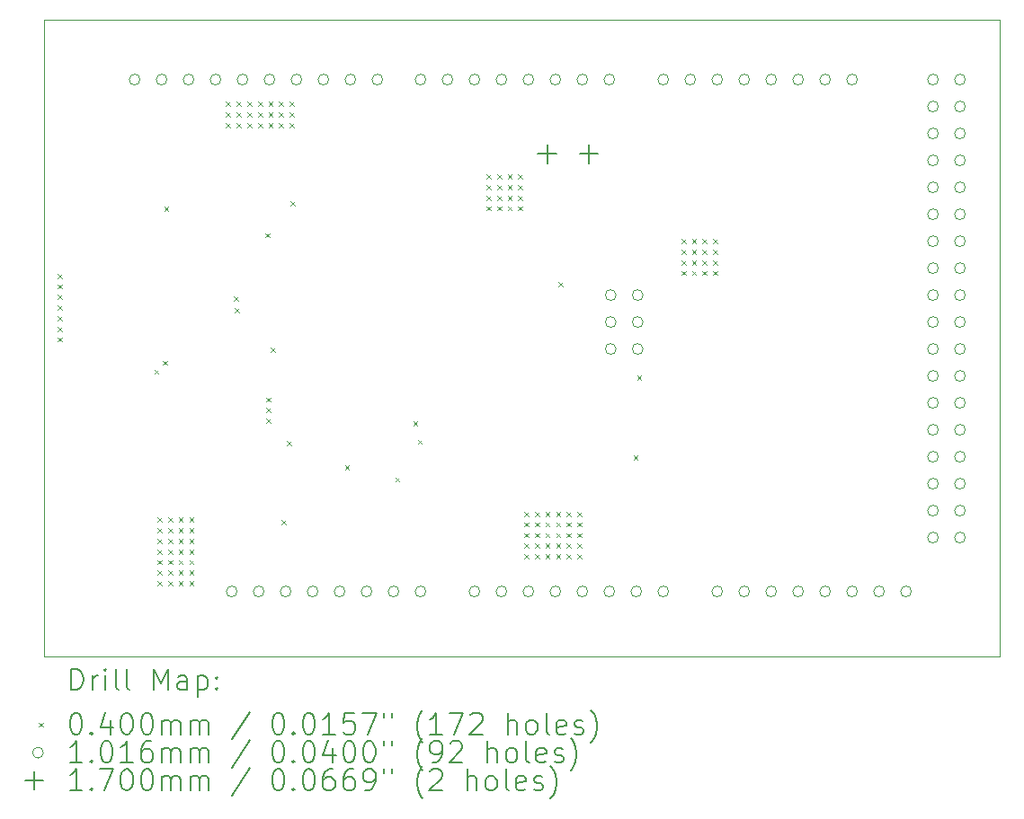
<source format=gbr>
%TF.GenerationSoftware,KiCad,Pcbnew,7.0.5*%
%TF.CreationDate,2023-09-27T13:54:26+07:00*%
%TF.ProjectId,sumoRobotPCB,73756d6f-526f-4626-9f74-5043422e6b69,rev?*%
%TF.SameCoordinates,Original*%
%TF.FileFunction,Drillmap*%
%TF.FilePolarity,Positive*%
%FSLAX45Y45*%
G04 Gerber Fmt 4.5, Leading zero omitted, Abs format (unit mm)*
G04 Created by KiCad (PCBNEW 7.0.5) date 2023-09-27 13:54:26*
%MOMM*%
%LPD*%
G01*
G04 APERTURE LIST*
%ADD10C,0.100000*%
%ADD11C,0.200000*%
%ADD12C,0.040000*%
%ADD13C,0.101600*%
%ADD14C,0.170000*%
G04 APERTURE END LIST*
D10*
X19004000Y-8863000D02*
X28004000Y-8863000D01*
X28004000Y-14863000D01*
X19004000Y-14863000D01*
X19004000Y-8863000D01*
D11*
D12*
X19134000Y-11257000D02*
X19174000Y-11297000D01*
X19174000Y-11257000D02*
X19134000Y-11297000D01*
X19134000Y-11357000D02*
X19174000Y-11397000D01*
X19174000Y-11357000D02*
X19134000Y-11397000D01*
X19134000Y-11457000D02*
X19174000Y-11497000D01*
X19174000Y-11457000D02*
X19134000Y-11497000D01*
X19134000Y-11557000D02*
X19174000Y-11597000D01*
X19174000Y-11557000D02*
X19134000Y-11597000D01*
X19134000Y-11657000D02*
X19174000Y-11697000D01*
X19174000Y-11657000D02*
X19134000Y-11697000D01*
X19134000Y-11757000D02*
X19174000Y-11797000D01*
X19174000Y-11757000D02*
X19134000Y-11797000D01*
X19134000Y-11857000D02*
X19174000Y-11897000D01*
X19174000Y-11857000D02*
X19134000Y-11897000D01*
X20044120Y-12160610D02*
X20084120Y-12200610D01*
X20084120Y-12160610D02*
X20044120Y-12200610D01*
X20073000Y-13556000D02*
X20113000Y-13596000D01*
X20113000Y-13556000D02*
X20073000Y-13596000D01*
X20073000Y-13656000D02*
X20113000Y-13696000D01*
X20113000Y-13656000D02*
X20073000Y-13696000D01*
X20073000Y-13756000D02*
X20113000Y-13796000D01*
X20113000Y-13756000D02*
X20073000Y-13796000D01*
X20073000Y-13856000D02*
X20113000Y-13896000D01*
X20113000Y-13856000D02*
X20073000Y-13896000D01*
X20073000Y-13956000D02*
X20113000Y-13996000D01*
X20113000Y-13956000D02*
X20073000Y-13996000D01*
X20073000Y-14056000D02*
X20113000Y-14096000D01*
X20113000Y-14056000D02*
X20073000Y-14096000D01*
X20073000Y-14156000D02*
X20113000Y-14196000D01*
X20113000Y-14156000D02*
X20073000Y-14196000D01*
X20127180Y-12075610D02*
X20167180Y-12115610D01*
X20167180Y-12075610D02*
X20127180Y-12115610D01*
X20136500Y-10622820D02*
X20176500Y-10662820D01*
X20176500Y-10622820D02*
X20136500Y-10662820D01*
X20173000Y-13556000D02*
X20213000Y-13596000D01*
X20213000Y-13556000D02*
X20173000Y-13596000D01*
X20173000Y-13656000D02*
X20213000Y-13696000D01*
X20213000Y-13656000D02*
X20173000Y-13696000D01*
X20173000Y-13756000D02*
X20213000Y-13796000D01*
X20213000Y-13756000D02*
X20173000Y-13796000D01*
X20173000Y-13856000D02*
X20213000Y-13896000D01*
X20213000Y-13856000D02*
X20173000Y-13896000D01*
X20173000Y-13956000D02*
X20213000Y-13996000D01*
X20213000Y-13956000D02*
X20173000Y-13996000D01*
X20173000Y-14056000D02*
X20213000Y-14096000D01*
X20213000Y-14056000D02*
X20173000Y-14096000D01*
X20173000Y-14156000D02*
X20213000Y-14196000D01*
X20213000Y-14156000D02*
X20173000Y-14196000D01*
X20273000Y-13556000D02*
X20313000Y-13596000D01*
X20313000Y-13556000D02*
X20273000Y-13596000D01*
X20273000Y-13656000D02*
X20313000Y-13696000D01*
X20313000Y-13656000D02*
X20273000Y-13696000D01*
X20273000Y-13756000D02*
X20313000Y-13796000D01*
X20313000Y-13756000D02*
X20273000Y-13796000D01*
X20273000Y-13856000D02*
X20313000Y-13896000D01*
X20313000Y-13856000D02*
X20273000Y-13896000D01*
X20273000Y-13956000D02*
X20313000Y-13996000D01*
X20313000Y-13956000D02*
X20273000Y-13996000D01*
X20273000Y-14056000D02*
X20313000Y-14096000D01*
X20313000Y-14056000D02*
X20273000Y-14096000D01*
X20273000Y-14156000D02*
X20313000Y-14196000D01*
X20313000Y-14156000D02*
X20273000Y-14196000D01*
X20373000Y-13556000D02*
X20413000Y-13596000D01*
X20413000Y-13556000D02*
X20373000Y-13596000D01*
X20373000Y-13656000D02*
X20413000Y-13696000D01*
X20413000Y-13656000D02*
X20373000Y-13696000D01*
X20373000Y-13756000D02*
X20413000Y-13796000D01*
X20413000Y-13756000D02*
X20373000Y-13796000D01*
X20373000Y-13856000D02*
X20413000Y-13896000D01*
X20413000Y-13856000D02*
X20373000Y-13896000D01*
X20373000Y-13956000D02*
X20413000Y-13996000D01*
X20413000Y-13956000D02*
X20373000Y-13996000D01*
X20373000Y-14056000D02*
X20413000Y-14096000D01*
X20413000Y-14056000D02*
X20373000Y-14096000D01*
X20373000Y-14156000D02*
X20413000Y-14196000D01*
X20413000Y-14156000D02*
X20373000Y-14196000D01*
X20719000Y-9636000D02*
X20759000Y-9676000D01*
X20759000Y-9636000D02*
X20719000Y-9676000D01*
X20719000Y-9736000D02*
X20759000Y-9776000D01*
X20759000Y-9736000D02*
X20719000Y-9776000D01*
X20719000Y-9836000D02*
X20759000Y-9876000D01*
X20759000Y-9836000D02*
X20719000Y-9876000D01*
X20791394Y-11469306D02*
X20831394Y-11509306D01*
X20831394Y-11469306D02*
X20791394Y-11509306D01*
X20799000Y-11584000D02*
X20839000Y-11624000D01*
X20839000Y-11584000D02*
X20799000Y-11624000D01*
X20819000Y-9636000D02*
X20859000Y-9676000D01*
X20859000Y-9636000D02*
X20819000Y-9676000D01*
X20819000Y-9736000D02*
X20859000Y-9776000D01*
X20859000Y-9736000D02*
X20819000Y-9776000D01*
X20819000Y-9836000D02*
X20859000Y-9876000D01*
X20859000Y-9836000D02*
X20819000Y-9876000D01*
X20919000Y-9636000D02*
X20959000Y-9676000D01*
X20959000Y-9636000D02*
X20919000Y-9676000D01*
X20919000Y-9736000D02*
X20959000Y-9776000D01*
X20959000Y-9736000D02*
X20919000Y-9776000D01*
X20919000Y-9836000D02*
X20959000Y-9876000D01*
X20959000Y-9836000D02*
X20919000Y-9876000D01*
X21019000Y-9636000D02*
X21059000Y-9676000D01*
X21059000Y-9636000D02*
X21019000Y-9676000D01*
X21019000Y-9736000D02*
X21059000Y-9776000D01*
X21059000Y-9736000D02*
X21019000Y-9776000D01*
X21019000Y-9836000D02*
X21059000Y-9876000D01*
X21059000Y-9836000D02*
X21019000Y-9876000D01*
X21092050Y-10874930D02*
X21132050Y-10914930D01*
X21132050Y-10874930D02*
X21092050Y-10914930D01*
X21096000Y-12424000D02*
X21136000Y-12464000D01*
X21136000Y-12424000D02*
X21096000Y-12464000D01*
X21096000Y-12524000D02*
X21136000Y-12564000D01*
X21136000Y-12524000D02*
X21096000Y-12564000D01*
X21096000Y-12624000D02*
X21136000Y-12664000D01*
X21136000Y-12624000D02*
X21096000Y-12664000D01*
X21119000Y-9636000D02*
X21159000Y-9676000D01*
X21159000Y-9636000D02*
X21119000Y-9676000D01*
X21119000Y-9736000D02*
X21159000Y-9776000D01*
X21159000Y-9736000D02*
X21119000Y-9776000D01*
X21119000Y-9836000D02*
X21159000Y-9876000D01*
X21159000Y-9836000D02*
X21119000Y-9876000D01*
X21141400Y-11951940D02*
X21181400Y-11991940D01*
X21181400Y-11951940D02*
X21141400Y-11991940D01*
X21219000Y-9636000D02*
X21259000Y-9676000D01*
X21259000Y-9636000D02*
X21219000Y-9676000D01*
X21219000Y-9736000D02*
X21259000Y-9776000D01*
X21259000Y-9736000D02*
X21219000Y-9776000D01*
X21219000Y-9836000D02*
X21259000Y-9876000D01*
X21259000Y-9836000D02*
X21219000Y-9876000D01*
X21241160Y-13577810D02*
X21281160Y-13617810D01*
X21281160Y-13577810D02*
X21241160Y-13617810D01*
X21289990Y-12837230D02*
X21329990Y-12877230D01*
X21329990Y-12837230D02*
X21289990Y-12877230D01*
X21319000Y-9636000D02*
X21359000Y-9676000D01*
X21359000Y-9636000D02*
X21319000Y-9676000D01*
X21319000Y-9736000D02*
X21359000Y-9776000D01*
X21359000Y-9736000D02*
X21319000Y-9776000D01*
X21319000Y-9836000D02*
X21359000Y-9876000D01*
X21359000Y-9836000D02*
X21319000Y-9876000D01*
X21326180Y-10571210D02*
X21366180Y-10611210D01*
X21366180Y-10571210D02*
X21326180Y-10611210D01*
X21839050Y-13064590D02*
X21879050Y-13104590D01*
X21879050Y-13064590D02*
X21839050Y-13104590D01*
X22312000Y-13178000D02*
X22352000Y-13218000D01*
X22352000Y-13178000D02*
X22312000Y-13218000D01*
X22482730Y-12650730D02*
X22522730Y-12690730D01*
X22522730Y-12650730D02*
X22482730Y-12690730D01*
X22524190Y-12821570D02*
X22564190Y-12861570D01*
X22564190Y-12821570D02*
X22524190Y-12861570D01*
X23171000Y-10321000D02*
X23211000Y-10361000D01*
X23211000Y-10321000D02*
X23171000Y-10361000D01*
X23171000Y-10421000D02*
X23211000Y-10461000D01*
X23211000Y-10421000D02*
X23171000Y-10461000D01*
X23171000Y-10521000D02*
X23211000Y-10561000D01*
X23211000Y-10521000D02*
X23171000Y-10561000D01*
X23171000Y-10621000D02*
X23211000Y-10661000D01*
X23211000Y-10621000D02*
X23171000Y-10661000D01*
X23271000Y-10321000D02*
X23311000Y-10361000D01*
X23311000Y-10321000D02*
X23271000Y-10361000D01*
X23271000Y-10421000D02*
X23311000Y-10461000D01*
X23311000Y-10421000D02*
X23271000Y-10461000D01*
X23271000Y-10521000D02*
X23311000Y-10561000D01*
X23311000Y-10521000D02*
X23271000Y-10561000D01*
X23271000Y-10621000D02*
X23311000Y-10661000D01*
X23311000Y-10621000D02*
X23271000Y-10661000D01*
X23371000Y-10321000D02*
X23411000Y-10361000D01*
X23411000Y-10321000D02*
X23371000Y-10361000D01*
X23371000Y-10421000D02*
X23411000Y-10461000D01*
X23411000Y-10421000D02*
X23371000Y-10461000D01*
X23371000Y-10521000D02*
X23411000Y-10561000D01*
X23411000Y-10521000D02*
X23371000Y-10561000D01*
X23371000Y-10621000D02*
X23411000Y-10661000D01*
X23411000Y-10621000D02*
X23371000Y-10661000D01*
X23471000Y-10321000D02*
X23511000Y-10361000D01*
X23511000Y-10321000D02*
X23471000Y-10361000D01*
X23471000Y-10421000D02*
X23511000Y-10461000D01*
X23511000Y-10421000D02*
X23471000Y-10461000D01*
X23471000Y-10521000D02*
X23511000Y-10561000D01*
X23511000Y-10521000D02*
X23471000Y-10561000D01*
X23471000Y-10621000D02*
X23511000Y-10661000D01*
X23511000Y-10621000D02*
X23471000Y-10661000D01*
X23528000Y-13501000D02*
X23568000Y-13541000D01*
X23568000Y-13501000D02*
X23528000Y-13541000D01*
X23528000Y-13601000D02*
X23568000Y-13641000D01*
X23568000Y-13601000D02*
X23528000Y-13641000D01*
X23528000Y-13601000D02*
X23568000Y-13641000D01*
X23568000Y-13601000D02*
X23528000Y-13641000D01*
X23528000Y-13601000D02*
X23568000Y-13641000D01*
X23568000Y-13601000D02*
X23528000Y-13641000D01*
X23528000Y-13701000D02*
X23568000Y-13741000D01*
X23568000Y-13701000D02*
X23528000Y-13741000D01*
X23528000Y-13701000D02*
X23568000Y-13741000D01*
X23568000Y-13701000D02*
X23528000Y-13741000D01*
X23528000Y-13701000D02*
X23568000Y-13741000D01*
X23568000Y-13701000D02*
X23528000Y-13741000D01*
X23528000Y-13801000D02*
X23568000Y-13841000D01*
X23568000Y-13801000D02*
X23528000Y-13841000D01*
X23528000Y-13801000D02*
X23568000Y-13841000D01*
X23568000Y-13801000D02*
X23528000Y-13841000D01*
X23528000Y-13801000D02*
X23568000Y-13841000D01*
X23568000Y-13801000D02*
X23528000Y-13841000D01*
X23528000Y-13901000D02*
X23568000Y-13941000D01*
X23568000Y-13901000D02*
X23528000Y-13941000D01*
X23628000Y-13501000D02*
X23668000Y-13541000D01*
X23668000Y-13501000D02*
X23628000Y-13541000D01*
X23628000Y-13501000D02*
X23668000Y-13541000D01*
X23668000Y-13501000D02*
X23628000Y-13541000D01*
X23628000Y-13501000D02*
X23668000Y-13541000D01*
X23668000Y-13501000D02*
X23628000Y-13541000D01*
X23628000Y-13601000D02*
X23668000Y-13641000D01*
X23668000Y-13601000D02*
X23628000Y-13641000D01*
X23628000Y-13601000D02*
X23668000Y-13641000D01*
X23668000Y-13601000D02*
X23628000Y-13641000D01*
X23628000Y-13601000D02*
X23668000Y-13641000D01*
X23668000Y-13601000D02*
X23628000Y-13641000D01*
X23628000Y-13701000D02*
X23668000Y-13741000D01*
X23668000Y-13701000D02*
X23628000Y-13741000D01*
X23628000Y-13701000D02*
X23668000Y-13741000D01*
X23668000Y-13701000D02*
X23628000Y-13741000D01*
X23628000Y-13701000D02*
X23668000Y-13741000D01*
X23668000Y-13701000D02*
X23628000Y-13741000D01*
X23628000Y-13801000D02*
X23668000Y-13841000D01*
X23668000Y-13801000D02*
X23628000Y-13841000D01*
X23628000Y-13801000D02*
X23668000Y-13841000D01*
X23668000Y-13801000D02*
X23628000Y-13841000D01*
X23628000Y-13801000D02*
X23668000Y-13841000D01*
X23668000Y-13801000D02*
X23628000Y-13841000D01*
X23628000Y-13901000D02*
X23668000Y-13941000D01*
X23668000Y-13901000D02*
X23628000Y-13941000D01*
X23728000Y-13501000D02*
X23768000Y-13541000D01*
X23768000Y-13501000D02*
X23728000Y-13541000D01*
X23728000Y-13501000D02*
X23768000Y-13541000D01*
X23768000Y-13501000D02*
X23728000Y-13541000D01*
X23728000Y-13501000D02*
X23768000Y-13541000D01*
X23768000Y-13501000D02*
X23728000Y-13541000D01*
X23728000Y-13601000D02*
X23768000Y-13641000D01*
X23768000Y-13601000D02*
X23728000Y-13641000D01*
X23728000Y-13601000D02*
X23768000Y-13641000D01*
X23768000Y-13601000D02*
X23728000Y-13641000D01*
X23728000Y-13601000D02*
X23768000Y-13641000D01*
X23768000Y-13601000D02*
X23728000Y-13641000D01*
X23728000Y-13701000D02*
X23768000Y-13741000D01*
X23768000Y-13701000D02*
X23728000Y-13741000D01*
X23728000Y-13701000D02*
X23768000Y-13741000D01*
X23768000Y-13701000D02*
X23728000Y-13741000D01*
X23728000Y-13701000D02*
X23768000Y-13741000D01*
X23768000Y-13701000D02*
X23728000Y-13741000D01*
X23728000Y-13801000D02*
X23768000Y-13841000D01*
X23768000Y-13801000D02*
X23728000Y-13841000D01*
X23728000Y-13801000D02*
X23768000Y-13841000D01*
X23768000Y-13801000D02*
X23728000Y-13841000D01*
X23728000Y-13801000D02*
X23768000Y-13841000D01*
X23768000Y-13801000D02*
X23728000Y-13841000D01*
X23728000Y-13901000D02*
X23768000Y-13941000D01*
X23768000Y-13901000D02*
X23728000Y-13941000D01*
X23828000Y-13501000D02*
X23868000Y-13541000D01*
X23868000Y-13501000D02*
X23828000Y-13541000D01*
X23828000Y-13501000D02*
X23868000Y-13541000D01*
X23868000Y-13501000D02*
X23828000Y-13541000D01*
X23828000Y-13501000D02*
X23868000Y-13541000D01*
X23868000Y-13501000D02*
X23828000Y-13541000D01*
X23828000Y-13601000D02*
X23868000Y-13641000D01*
X23868000Y-13601000D02*
X23828000Y-13641000D01*
X23828000Y-13601000D02*
X23868000Y-13641000D01*
X23868000Y-13601000D02*
X23828000Y-13641000D01*
X23828000Y-13601000D02*
X23868000Y-13641000D01*
X23868000Y-13601000D02*
X23828000Y-13641000D01*
X23828000Y-13701000D02*
X23868000Y-13741000D01*
X23868000Y-13701000D02*
X23828000Y-13741000D01*
X23828000Y-13701000D02*
X23868000Y-13741000D01*
X23868000Y-13701000D02*
X23828000Y-13741000D01*
X23828000Y-13701000D02*
X23868000Y-13741000D01*
X23868000Y-13701000D02*
X23828000Y-13741000D01*
X23828000Y-13801000D02*
X23868000Y-13841000D01*
X23868000Y-13801000D02*
X23828000Y-13841000D01*
X23828000Y-13801000D02*
X23868000Y-13841000D01*
X23868000Y-13801000D02*
X23828000Y-13841000D01*
X23828000Y-13801000D02*
X23868000Y-13841000D01*
X23868000Y-13801000D02*
X23828000Y-13841000D01*
X23828000Y-13901000D02*
X23868000Y-13941000D01*
X23868000Y-13901000D02*
X23828000Y-13941000D01*
X23847090Y-11337670D02*
X23887090Y-11377670D01*
X23887090Y-11337670D02*
X23847090Y-11377670D01*
X23928000Y-13501000D02*
X23968000Y-13541000D01*
X23968000Y-13501000D02*
X23928000Y-13541000D01*
X23928000Y-13501000D02*
X23968000Y-13541000D01*
X23968000Y-13501000D02*
X23928000Y-13541000D01*
X23928000Y-13601000D02*
X23968000Y-13641000D01*
X23968000Y-13601000D02*
X23928000Y-13641000D01*
X23928000Y-13601000D02*
X23968000Y-13641000D01*
X23968000Y-13601000D02*
X23928000Y-13641000D01*
X23928000Y-13701000D02*
X23968000Y-13741000D01*
X23968000Y-13701000D02*
X23928000Y-13741000D01*
X23928000Y-13701000D02*
X23968000Y-13741000D01*
X23968000Y-13701000D02*
X23928000Y-13741000D01*
X23928000Y-13801000D02*
X23968000Y-13841000D01*
X23968000Y-13801000D02*
X23928000Y-13841000D01*
X23928000Y-13801000D02*
X23968000Y-13841000D01*
X23968000Y-13801000D02*
X23928000Y-13841000D01*
X23928000Y-13901000D02*
X23968000Y-13941000D01*
X23968000Y-13901000D02*
X23928000Y-13941000D01*
X24028000Y-13501000D02*
X24068000Y-13541000D01*
X24068000Y-13501000D02*
X24028000Y-13541000D01*
X24028000Y-13601000D02*
X24068000Y-13641000D01*
X24068000Y-13601000D02*
X24028000Y-13641000D01*
X24028000Y-13701000D02*
X24068000Y-13741000D01*
X24068000Y-13701000D02*
X24028000Y-13741000D01*
X24028000Y-13801000D02*
X24068000Y-13841000D01*
X24068000Y-13801000D02*
X24028000Y-13841000D01*
X24028000Y-13901000D02*
X24068000Y-13941000D01*
X24068000Y-13901000D02*
X24028000Y-13941000D01*
X24557000Y-12967000D02*
X24597000Y-13007000D01*
X24597000Y-12967000D02*
X24557000Y-13007000D01*
X24591000Y-12215000D02*
X24631000Y-12255000D01*
X24631000Y-12215000D02*
X24591000Y-12255000D01*
X25007000Y-10931000D02*
X25047000Y-10971000D01*
X25047000Y-10931000D02*
X25007000Y-10971000D01*
X25007000Y-11031000D02*
X25047000Y-11071000D01*
X25047000Y-11031000D02*
X25007000Y-11071000D01*
X25007000Y-11131000D02*
X25047000Y-11171000D01*
X25047000Y-11131000D02*
X25007000Y-11171000D01*
X25007000Y-11231000D02*
X25047000Y-11271000D01*
X25047000Y-11231000D02*
X25007000Y-11271000D01*
X25107000Y-10931000D02*
X25147000Y-10971000D01*
X25147000Y-10931000D02*
X25107000Y-10971000D01*
X25107000Y-11031000D02*
X25147000Y-11071000D01*
X25147000Y-11031000D02*
X25107000Y-11071000D01*
X25107000Y-11131000D02*
X25147000Y-11171000D01*
X25147000Y-11131000D02*
X25107000Y-11171000D01*
X25107000Y-11231000D02*
X25147000Y-11271000D01*
X25147000Y-11231000D02*
X25107000Y-11271000D01*
X25207000Y-10931000D02*
X25247000Y-10971000D01*
X25247000Y-10931000D02*
X25207000Y-10971000D01*
X25207000Y-11031000D02*
X25247000Y-11071000D01*
X25247000Y-11031000D02*
X25207000Y-11071000D01*
X25207000Y-11131000D02*
X25247000Y-11171000D01*
X25247000Y-11131000D02*
X25207000Y-11171000D01*
X25207000Y-11231000D02*
X25247000Y-11271000D01*
X25247000Y-11231000D02*
X25207000Y-11271000D01*
X25307000Y-10931000D02*
X25347000Y-10971000D01*
X25347000Y-10931000D02*
X25307000Y-10971000D01*
X25307000Y-11031000D02*
X25347000Y-11071000D01*
X25347000Y-11031000D02*
X25307000Y-11071000D01*
X25307000Y-11131000D02*
X25347000Y-11171000D01*
X25347000Y-11131000D02*
X25307000Y-11171000D01*
X25307000Y-11231000D02*
X25347000Y-11271000D01*
X25347000Y-11231000D02*
X25307000Y-11271000D01*
D13*
X19909400Y-9426000D02*
G75*
G03*
X19909400Y-9426000I-50800J0D01*
G01*
X20163400Y-9426000D02*
G75*
G03*
X20163400Y-9426000I-50800J0D01*
G01*
X20417400Y-9426000D02*
G75*
G03*
X20417400Y-9426000I-50800J0D01*
G01*
X20671400Y-9426000D02*
G75*
G03*
X20671400Y-9426000I-50800J0D01*
G01*
X20823800Y-14252000D02*
G75*
G03*
X20823800Y-14252000I-50800J0D01*
G01*
X20925400Y-9426000D02*
G75*
G03*
X20925400Y-9426000I-50800J0D01*
G01*
X21077800Y-14252000D02*
G75*
G03*
X21077800Y-14252000I-50800J0D01*
G01*
X21179400Y-9426000D02*
G75*
G03*
X21179400Y-9426000I-50800J0D01*
G01*
X21331800Y-14252000D02*
G75*
G03*
X21331800Y-14252000I-50800J0D01*
G01*
X21433400Y-9426000D02*
G75*
G03*
X21433400Y-9426000I-50800J0D01*
G01*
X21585800Y-14252000D02*
G75*
G03*
X21585800Y-14252000I-50800J0D01*
G01*
X21687400Y-9426000D02*
G75*
G03*
X21687400Y-9426000I-50800J0D01*
G01*
X21839800Y-14252000D02*
G75*
G03*
X21839800Y-14252000I-50800J0D01*
G01*
X21941400Y-9426000D02*
G75*
G03*
X21941400Y-9426000I-50800J0D01*
G01*
X22093800Y-14252000D02*
G75*
G03*
X22093800Y-14252000I-50800J0D01*
G01*
X22195400Y-9426000D02*
G75*
G03*
X22195400Y-9426000I-50800J0D01*
G01*
X22347800Y-14252000D02*
G75*
G03*
X22347800Y-14252000I-50800J0D01*
G01*
X22601800Y-9426000D02*
G75*
G03*
X22601800Y-9426000I-50800J0D01*
G01*
X22601800Y-14252000D02*
G75*
G03*
X22601800Y-14252000I-50800J0D01*
G01*
X22855800Y-9426000D02*
G75*
G03*
X22855800Y-9426000I-50800J0D01*
G01*
X23109800Y-9426000D02*
G75*
G03*
X23109800Y-9426000I-50800J0D01*
G01*
X23109800Y-14252000D02*
G75*
G03*
X23109800Y-14252000I-50800J0D01*
G01*
X23363800Y-9426000D02*
G75*
G03*
X23363800Y-9426000I-50800J0D01*
G01*
X23363800Y-14252000D02*
G75*
G03*
X23363800Y-14252000I-50800J0D01*
G01*
X23617800Y-9426000D02*
G75*
G03*
X23617800Y-9426000I-50800J0D01*
G01*
X23617800Y-14252000D02*
G75*
G03*
X23617800Y-14252000I-50800J0D01*
G01*
X23871800Y-9426000D02*
G75*
G03*
X23871800Y-9426000I-50800J0D01*
G01*
X23871800Y-14252000D02*
G75*
G03*
X23871800Y-14252000I-50800J0D01*
G01*
X24125800Y-9426000D02*
G75*
G03*
X24125800Y-9426000I-50800J0D01*
G01*
X24125800Y-14252000D02*
G75*
G03*
X24125800Y-14252000I-50800J0D01*
G01*
X24379800Y-9426000D02*
G75*
G03*
X24379800Y-9426000I-50800J0D01*
G01*
X24379800Y-14252000D02*
G75*
G03*
X24379800Y-14252000I-50800J0D01*
G01*
X24392500Y-11458000D02*
G75*
G03*
X24392500Y-11458000I-50800J0D01*
G01*
X24392500Y-11712000D02*
G75*
G03*
X24392500Y-11712000I-50800J0D01*
G01*
X24392500Y-11966000D02*
G75*
G03*
X24392500Y-11966000I-50800J0D01*
G01*
X24633800Y-14252000D02*
G75*
G03*
X24633800Y-14252000I-50800J0D01*
G01*
X24646500Y-11458000D02*
G75*
G03*
X24646500Y-11458000I-50800J0D01*
G01*
X24646500Y-11712000D02*
G75*
G03*
X24646500Y-11712000I-50800J0D01*
G01*
X24646500Y-11966000D02*
G75*
G03*
X24646500Y-11966000I-50800J0D01*
G01*
X24887800Y-9426000D02*
G75*
G03*
X24887800Y-9426000I-50800J0D01*
G01*
X24887800Y-14252000D02*
G75*
G03*
X24887800Y-14252000I-50800J0D01*
G01*
X25141800Y-9426000D02*
G75*
G03*
X25141800Y-9426000I-50800J0D01*
G01*
X25395800Y-9426000D02*
G75*
G03*
X25395800Y-9426000I-50800J0D01*
G01*
X25395800Y-14252000D02*
G75*
G03*
X25395800Y-14252000I-50800J0D01*
G01*
X25649800Y-9426000D02*
G75*
G03*
X25649800Y-9426000I-50800J0D01*
G01*
X25649800Y-14252000D02*
G75*
G03*
X25649800Y-14252000I-50800J0D01*
G01*
X25903800Y-9426000D02*
G75*
G03*
X25903800Y-9426000I-50800J0D01*
G01*
X25903800Y-14252000D02*
G75*
G03*
X25903800Y-14252000I-50800J0D01*
G01*
X26157800Y-9426000D02*
G75*
G03*
X26157800Y-9426000I-50800J0D01*
G01*
X26157800Y-14252000D02*
G75*
G03*
X26157800Y-14252000I-50800J0D01*
G01*
X26411800Y-9426000D02*
G75*
G03*
X26411800Y-9426000I-50800J0D01*
G01*
X26411800Y-14252000D02*
G75*
G03*
X26411800Y-14252000I-50800J0D01*
G01*
X26665800Y-9426000D02*
G75*
G03*
X26665800Y-9426000I-50800J0D01*
G01*
X26665800Y-14252000D02*
G75*
G03*
X26665800Y-14252000I-50800J0D01*
G01*
X26919800Y-14252000D02*
G75*
G03*
X26919800Y-14252000I-50800J0D01*
G01*
X27173800Y-14252000D02*
G75*
G03*
X27173800Y-14252000I-50800J0D01*
G01*
X27427800Y-9426000D02*
G75*
G03*
X27427800Y-9426000I-50800J0D01*
G01*
X27427800Y-9680000D02*
G75*
G03*
X27427800Y-9680000I-50800J0D01*
G01*
X27427800Y-9934000D02*
G75*
G03*
X27427800Y-9934000I-50800J0D01*
G01*
X27427800Y-10188000D02*
G75*
G03*
X27427800Y-10188000I-50800J0D01*
G01*
X27427800Y-10442000D02*
G75*
G03*
X27427800Y-10442000I-50800J0D01*
G01*
X27427800Y-10696000D02*
G75*
G03*
X27427800Y-10696000I-50800J0D01*
G01*
X27427800Y-10950000D02*
G75*
G03*
X27427800Y-10950000I-50800J0D01*
G01*
X27427800Y-11204000D02*
G75*
G03*
X27427800Y-11204000I-50800J0D01*
G01*
X27427800Y-11458000D02*
G75*
G03*
X27427800Y-11458000I-50800J0D01*
G01*
X27427800Y-11712000D02*
G75*
G03*
X27427800Y-11712000I-50800J0D01*
G01*
X27427800Y-11966000D02*
G75*
G03*
X27427800Y-11966000I-50800J0D01*
G01*
X27427800Y-12220000D02*
G75*
G03*
X27427800Y-12220000I-50800J0D01*
G01*
X27427800Y-12474000D02*
G75*
G03*
X27427800Y-12474000I-50800J0D01*
G01*
X27427800Y-12728000D02*
G75*
G03*
X27427800Y-12728000I-50800J0D01*
G01*
X27427800Y-12982000D02*
G75*
G03*
X27427800Y-12982000I-50800J0D01*
G01*
X27427800Y-13236000D02*
G75*
G03*
X27427800Y-13236000I-50800J0D01*
G01*
X27427800Y-13490000D02*
G75*
G03*
X27427800Y-13490000I-50800J0D01*
G01*
X27427800Y-13744000D02*
G75*
G03*
X27427800Y-13744000I-50800J0D01*
G01*
X27681800Y-9426000D02*
G75*
G03*
X27681800Y-9426000I-50800J0D01*
G01*
X27681800Y-9680000D02*
G75*
G03*
X27681800Y-9680000I-50800J0D01*
G01*
X27681800Y-9934000D02*
G75*
G03*
X27681800Y-9934000I-50800J0D01*
G01*
X27681800Y-10188000D02*
G75*
G03*
X27681800Y-10188000I-50800J0D01*
G01*
X27681800Y-10442000D02*
G75*
G03*
X27681800Y-10442000I-50800J0D01*
G01*
X27681800Y-10696000D02*
G75*
G03*
X27681800Y-10696000I-50800J0D01*
G01*
X27681800Y-10950000D02*
G75*
G03*
X27681800Y-10950000I-50800J0D01*
G01*
X27681800Y-11204000D02*
G75*
G03*
X27681800Y-11204000I-50800J0D01*
G01*
X27681800Y-11458000D02*
G75*
G03*
X27681800Y-11458000I-50800J0D01*
G01*
X27681800Y-11712000D02*
G75*
G03*
X27681800Y-11712000I-50800J0D01*
G01*
X27681800Y-11966000D02*
G75*
G03*
X27681800Y-11966000I-50800J0D01*
G01*
X27681800Y-12220000D02*
G75*
G03*
X27681800Y-12220000I-50800J0D01*
G01*
X27681800Y-12474000D02*
G75*
G03*
X27681800Y-12474000I-50800J0D01*
G01*
X27681800Y-12728000D02*
G75*
G03*
X27681800Y-12728000I-50800J0D01*
G01*
X27681800Y-12982000D02*
G75*
G03*
X27681800Y-12982000I-50800J0D01*
G01*
X27681800Y-13236000D02*
G75*
G03*
X27681800Y-13236000I-50800J0D01*
G01*
X27681800Y-13490000D02*
G75*
G03*
X27681800Y-13490000I-50800J0D01*
G01*
X27681800Y-13744000D02*
G75*
G03*
X27681800Y-13744000I-50800J0D01*
G01*
D14*
X23743000Y-10043000D02*
X23743000Y-10213000D01*
X23658000Y-10128000D02*
X23828000Y-10128000D01*
X24139000Y-10043000D02*
X24139000Y-10213000D01*
X24054000Y-10128000D02*
X24224000Y-10128000D01*
D11*
X19259777Y-15179484D02*
X19259777Y-14979484D01*
X19259777Y-14979484D02*
X19307396Y-14979484D01*
X19307396Y-14979484D02*
X19335967Y-14989008D01*
X19335967Y-14989008D02*
X19355015Y-15008055D01*
X19355015Y-15008055D02*
X19364539Y-15027103D01*
X19364539Y-15027103D02*
X19374063Y-15065198D01*
X19374063Y-15065198D02*
X19374063Y-15093769D01*
X19374063Y-15093769D02*
X19364539Y-15131865D01*
X19364539Y-15131865D02*
X19355015Y-15150912D01*
X19355015Y-15150912D02*
X19335967Y-15169960D01*
X19335967Y-15169960D02*
X19307396Y-15179484D01*
X19307396Y-15179484D02*
X19259777Y-15179484D01*
X19459777Y-15179484D02*
X19459777Y-15046150D01*
X19459777Y-15084246D02*
X19469301Y-15065198D01*
X19469301Y-15065198D02*
X19478824Y-15055674D01*
X19478824Y-15055674D02*
X19497872Y-15046150D01*
X19497872Y-15046150D02*
X19516920Y-15046150D01*
X19583586Y-15179484D02*
X19583586Y-15046150D01*
X19583586Y-14979484D02*
X19574063Y-14989008D01*
X19574063Y-14989008D02*
X19583586Y-14998531D01*
X19583586Y-14998531D02*
X19593110Y-14989008D01*
X19593110Y-14989008D02*
X19583586Y-14979484D01*
X19583586Y-14979484D02*
X19583586Y-14998531D01*
X19707396Y-15179484D02*
X19688348Y-15169960D01*
X19688348Y-15169960D02*
X19678824Y-15150912D01*
X19678824Y-15150912D02*
X19678824Y-14979484D01*
X19812158Y-15179484D02*
X19793110Y-15169960D01*
X19793110Y-15169960D02*
X19783586Y-15150912D01*
X19783586Y-15150912D02*
X19783586Y-14979484D01*
X20040729Y-15179484D02*
X20040729Y-14979484D01*
X20040729Y-14979484D02*
X20107396Y-15122341D01*
X20107396Y-15122341D02*
X20174063Y-14979484D01*
X20174063Y-14979484D02*
X20174063Y-15179484D01*
X20355015Y-15179484D02*
X20355015Y-15074722D01*
X20355015Y-15074722D02*
X20345491Y-15055674D01*
X20345491Y-15055674D02*
X20326444Y-15046150D01*
X20326444Y-15046150D02*
X20288348Y-15046150D01*
X20288348Y-15046150D02*
X20269301Y-15055674D01*
X20355015Y-15169960D02*
X20335967Y-15179484D01*
X20335967Y-15179484D02*
X20288348Y-15179484D01*
X20288348Y-15179484D02*
X20269301Y-15169960D01*
X20269301Y-15169960D02*
X20259777Y-15150912D01*
X20259777Y-15150912D02*
X20259777Y-15131865D01*
X20259777Y-15131865D02*
X20269301Y-15112817D01*
X20269301Y-15112817D02*
X20288348Y-15103293D01*
X20288348Y-15103293D02*
X20335967Y-15103293D01*
X20335967Y-15103293D02*
X20355015Y-15093769D01*
X20450253Y-15046150D02*
X20450253Y-15246150D01*
X20450253Y-15055674D02*
X20469301Y-15046150D01*
X20469301Y-15046150D02*
X20507396Y-15046150D01*
X20507396Y-15046150D02*
X20526444Y-15055674D01*
X20526444Y-15055674D02*
X20535967Y-15065198D01*
X20535967Y-15065198D02*
X20545491Y-15084246D01*
X20545491Y-15084246D02*
X20545491Y-15141388D01*
X20545491Y-15141388D02*
X20535967Y-15160436D01*
X20535967Y-15160436D02*
X20526444Y-15169960D01*
X20526444Y-15169960D02*
X20507396Y-15179484D01*
X20507396Y-15179484D02*
X20469301Y-15179484D01*
X20469301Y-15179484D02*
X20450253Y-15169960D01*
X20631205Y-15160436D02*
X20640729Y-15169960D01*
X20640729Y-15169960D02*
X20631205Y-15179484D01*
X20631205Y-15179484D02*
X20621682Y-15169960D01*
X20621682Y-15169960D02*
X20631205Y-15160436D01*
X20631205Y-15160436D02*
X20631205Y-15179484D01*
X20631205Y-15055674D02*
X20640729Y-15065198D01*
X20640729Y-15065198D02*
X20631205Y-15074722D01*
X20631205Y-15074722D02*
X20621682Y-15065198D01*
X20621682Y-15065198D02*
X20631205Y-15055674D01*
X20631205Y-15055674D02*
X20631205Y-15074722D01*
D12*
X18959000Y-15488000D02*
X18999000Y-15528000D01*
X18999000Y-15488000D02*
X18959000Y-15528000D01*
D11*
X19297872Y-15399484D02*
X19316920Y-15399484D01*
X19316920Y-15399484D02*
X19335967Y-15409008D01*
X19335967Y-15409008D02*
X19345491Y-15418531D01*
X19345491Y-15418531D02*
X19355015Y-15437579D01*
X19355015Y-15437579D02*
X19364539Y-15475674D01*
X19364539Y-15475674D02*
X19364539Y-15523293D01*
X19364539Y-15523293D02*
X19355015Y-15561388D01*
X19355015Y-15561388D02*
X19345491Y-15580436D01*
X19345491Y-15580436D02*
X19335967Y-15589960D01*
X19335967Y-15589960D02*
X19316920Y-15599484D01*
X19316920Y-15599484D02*
X19297872Y-15599484D01*
X19297872Y-15599484D02*
X19278824Y-15589960D01*
X19278824Y-15589960D02*
X19269301Y-15580436D01*
X19269301Y-15580436D02*
X19259777Y-15561388D01*
X19259777Y-15561388D02*
X19250253Y-15523293D01*
X19250253Y-15523293D02*
X19250253Y-15475674D01*
X19250253Y-15475674D02*
X19259777Y-15437579D01*
X19259777Y-15437579D02*
X19269301Y-15418531D01*
X19269301Y-15418531D02*
X19278824Y-15409008D01*
X19278824Y-15409008D02*
X19297872Y-15399484D01*
X19450253Y-15580436D02*
X19459777Y-15589960D01*
X19459777Y-15589960D02*
X19450253Y-15599484D01*
X19450253Y-15599484D02*
X19440729Y-15589960D01*
X19440729Y-15589960D02*
X19450253Y-15580436D01*
X19450253Y-15580436D02*
X19450253Y-15599484D01*
X19631205Y-15466150D02*
X19631205Y-15599484D01*
X19583586Y-15389960D02*
X19535967Y-15532817D01*
X19535967Y-15532817D02*
X19659777Y-15532817D01*
X19774063Y-15399484D02*
X19793110Y-15399484D01*
X19793110Y-15399484D02*
X19812158Y-15409008D01*
X19812158Y-15409008D02*
X19821682Y-15418531D01*
X19821682Y-15418531D02*
X19831205Y-15437579D01*
X19831205Y-15437579D02*
X19840729Y-15475674D01*
X19840729Y-15475674D02*
X19840729Y-15523293D01*
X19840729Y-15523293D02*
X19831205Y-15561388D01*
X19831205Y-15561388D02*
X19821682Y-15580436D01*
X19821682Y-15580436D02*
X19812158Y-15589960D01*
X19812158Y-15589960D02*
X19793110Y-15599484D01*
X19793110Y-15599484D02*
X19774063Y-15599484D01*
X19774063Y-15599484D02*
X19755015Y-15589960D01*
X19755015Y-15589960D02*
X19745491Y-15580436D01*
X19745491Y-15580436D02*
X19735967Y-15561388D01*
X19735967Y-15561388D02*
X19726444Y-15523293D01*
X19726444Y-15523293D02*
X19726444Y-15475674D01*
X19726444Y-15475674D02*
X19735967Y-15437579D01*
X19735967Y-15437579D02*
X19745491Y-15418531D01*
X19745491Y-15418531D02*
X19755015Y-15409008D01*
X19755015Y-15409008D02*
X19774063Y-15399484D01*
X19964539Y-15399484D02*
X19983586Y-15399484D01*
X19983586Y-15399484D02*
X20002634Y-15409008D01*
X20002634Y-15409008D02*
X20012158Y-15418531D01*
X20012158Y-15418531D02*
X20021682Y-15437579D01*
X20021682Y-15437579D02*
X20031205Y-15475674D01*
X20031205Y-15475674D02*
X20031205Y-15523293D01*
X20031205Y-15523293D02*
X20021682Y-15561388D01*
X20021682Y-15561388D02*
X20012158Y-15580436D01*
X20012158Y-15580436D02*
X20002634Y-15589960D01*
X20002634Y-15589960D02*
X19983586Y-15599484D01*
X19983586Y-15599484D02*
X19964539Y-15599484D01*
X19964539Y-15599484D02*
X19945491Y-15589960D01*
X19945491Y-15589960D02*
X19935967Y-15580436D01*
X19935967Y-15580436D02*
X19926444Y-15561388D01*
X19926444Y-15561388D02*
X19916920Y-15523293D01*
X19916920Y-15523293D02*
X19916920Y-15475674D01*
X19916920Y-15475674D02*
X19926444Y-15437579D01*
X19926444Y-15437579D02*
X19935967Y-15418531D01*
X19935967Y-15418531D02*
X19945491Y-15409008D01*
X19945491Y-15409008D02*
X19964539Y-15399484D01*
X20116920Y-15599484D02*
X20116920Y-15466150D01*
X20116920Y-15485198D02*
X20126444Y-15475674D01*
X20126444Y-15475674D02*
X20145491Y-15466150D01*
X20145491Y-15466150D02*
X20174063Y-15466150D01*
X20174063Y-15466150D02*
X20193110Y-15475674D01*
X20193110Y-15475674D02*
X20202634Y-15494722D01*
X20202634Y-15494722D02*
X20202634Y-15599484D01*
X20202634Y-15494722D02*
X20212158Y-15475674D01*
X20212158Y-15475674D02*
X20231205Y-15466150D01*
X20231205Y-15466150D02*
X20259777Y-15466150D01*
X20259777Y-15466150D02*
X20278825Y-15475674D01*
X20278825Y-15475674D02*
X20288348Y-15494722D01*
X20288348Y-15494722D02*
X20288348Y-15599484D01*
X20383586Y-15599484D02*
X20383586Y-15466150D01*
X20383586Y-15485198D02*
X20393110Y-15475674D01*
X20393110Y-15475674D02*
X20412158Y-15466150D01*
X20412158Y-15466150D02*
X20440729Y-15466150D01*
X20440729Y-15466150D02*
X20459777Y-15475674D01*
X20459777Y-15475674D02*
X20469301Y-15494722D01*
X20469301Y-15494722D02*
X20469301Y-15599484D01*
X20469301Y-15494722D02*
X20478825Y-15475674D01*
X20478825Y-15475674D02*
X20497872Y-15466150D01*
X20497872Y-15466150D02*
X20526444Y-15466150D01*
X20526444Y-15466150D02*
X20545491Y-15475674D01*
X20545491Y-15475674D02*
X20555015Y-15494722D01*
X20555015Y-15494722D02*
X20555015Y-15599484D01*
X20945491Y-15389960D02*
X20774063Y-15647103D01*
X21202634Y-15399484D02*
X21221682Y-15399484D01*
X21221682Y-15399484D02*
X21240729Y-15409008D01*
X21240729Y-15409008D02*
X21250253Y-15418531D01*
X21250253Y-15418531D02*
X21259777Y-15437579D01*
X21259777Y-15437579D02*
X21269301Y-15475674D01*
X21269301Y-15475674D02*
X21269301Y-15523293D01*
X21269301Y-15523293D02*
X21259777Y-15561388D01*
X21259777Y-15561388D02*
X21250253Y-15580436D01*
X21250253Y-15580436D02*
X21240729Y-15589960D01*
X21240729Y-15589960D02*
X21221682Y-15599484D01*
X21221682Y-15599484D02*
X21202634Y-15599484D01*
X21202634Y-15599484D02*
X21183587Y-15589960D01*
X21183587Y-15589960D02*
X21174063Y-15580436D01*
X21174063Y-15580436D02*
X21164539Y-15561388D01*
X21164539Y-15561388D02*
X21155015Y-15523293D01*
X21155015Y-15523293D02*
X21155015Y-15475674D01*
X21155015Y-15475674D02*
X21164539Y-15437579D01*
X21164539Y-15437579D02*
X21174063Y-15418531D01*
X21174063Y-15418531D02*
X21183587Y-15409008D01*
X21183587Y-15409008D02*
X21202634Y-15399484D01*
X21355015Y-15580436D02*
X21364539Y-15589960D01*
X21364539Y-15589960D02*
X21355015Y-15599484D01*
X21355015Y-15599484D02*
X21345491Y-15589960D01*
X21345491Y-15589960D02*
X21355015Y-15580436D01*
X21355015Y-15580436D02*
X21355015Y-15599484D01*
X21488348Y-15399484D02*
X21507396Y-15399484D01*
X21507396Y-15399484D02*
X21526444Y-15409008D01*
X21526444Y-15409008D02*
X21535968Y-15418531D01*
X21535968Y-15418531D02*
X21545491Y-15437579D01*
X21545491Y-15437579D02*
X21555015Y-15475674D01*
X21555015Y-15475674D02*
X21555015Y-15523293D01*
X21555015Y-15523293D02*
X21545491Y-15561388D01*
X21545491Y-15561388D02*
X21535968Y-15580436D01*
X21535968Y-15580436D02*
X21526444Y-15589960D01*
X21526444Y-15589960D02*
X21507396Y-15599484D01*
X21507396Y-15599484D02*
X21488348Y-15599484D01*
X21488348Y-15599484D02*
X21469301Y-15589960D01*
X21469301Y-15589960D02*
X21459777Y-15580436D01*
X21459777Y-15580436D02*
X21450253Y-15561388D01*
X21450253Y-15561388D02*
X21440729Y-15523293D01*
X21440729Y-15523293D02*
X21440729Y-15475674D01*
X21440729Y-15475674D02*
X21450253Y-15437579D01*
X21450253Y-15437579D02*
X21459777Y-15418531D01*
X21459777Y-15418531D02*
X21469301Y-15409008D01*
X21469301Y-15409008D02*
X21488348Y-15399484D01*
X21745491Y-15599484D02*
X21631206Y-15599484D01*
X21688348Y-15599484D02*
X21688348Y-15399484D01*
X21688348Y-15399484D02*
X21669301Y-15428055D01*
X21669301Y-15428055D02*
X21650253Y-15447103D01*
X21650253Y-15447103D02*
X21631206Y-15456627D01*
X21926444Y-15399484D02*
X21831206Y-15399484D01*
X21831206Y-15399484D02*
X21821682Y-15494722D01*
X21821682Y-15494722D02*
X21831206Y-15485198D01*
X21831206Y-15485198D02*
X21850253Y-15475674D01*
X21850253Y-15475674D02*
X21897872Y-15475674D01*
X21897872Y-15475674D02*
X21916920Y-15485198D01*
X21916920Y-15485198D02*
X21926444Y-15494722D01*
X21926444Y-15494722D02*
X21935968Y-15513769D01*
X21935968Y-15513769D02*
X21935968Y-15561388D01*
X21935968Y-15561388D02*
X21926444Y-15580436D01*
X21926444Y-15580436D02*
X21916920Y-15589960D01*
X21916920Y-15589960D02*
X21897872Y-15599484D01*
X21897872Y-15599484D02*
X21850253Y-15599484D01*
X21850253Y-15599484D02*
X21831206Y-15589960D01*
X21831206Y-15589960D02*
X21821682Y-15580436D01*
X22002634Y-15399484D02*
X22135968Y-15399484D01*
X22135968Y-15399484D02*
X22050253Y-15599484D01*
X22202634Y-15399484D02*
X22202634Y-15437579D01*
X22278825Y-15399484D02*
X22278825Y-15437579D01*
X22574063Y-15675674D02*
X22564539Y-15666150D01*
X22564539Y-15666150D02*
X22545491Y-15637579D01*
X22545491Y-15637579D02*
X22535968Y-15618531D01*
X22535968Y-15618531D02*
X22526444Y-15589960D01*
X22526444Y-15589960D02*
X22516920Y-15542341D01*
X22516920Y-15542341D02*
X22516920Y-15504246D01*
X22516920Y-15504246D02*
X22526444Y-15456627D01*
X22526444Y-15456627D02*
X22535968Y-15428055D01*
X22535968Y-15428055D02*
X22545491Y-15409008D01*
X22545491Y-15409008D02*
X22564539Y-15380436D01*
X22564539Y-15380436D02*
X22574063Y-15370912D01*
X22755015Y-15599484D02*
X22640729Y-15599484D01*
X22697872Y-15599484D02*
X22697872Y-15399484D01*
X22697872Y-15399484D02*
X22678825Y-15428055D01*
X22678825Y-15428055D02*
X22659777Y-15447103D01*
X22659777Y-15447103D02*
X22640729Y-15456627D01*
X22821682Y-15399484D02*
X22955015Y-15399484D01*
X22955015Y-15399484D02*
X22869301Y-15599484D01*
X23021682Y-15418531D02*
X23031206Y-15409008D01*
X23031206Y-15409008D02*
X23050253Y-15399484D01*
X23050253Y-15399484D02*
X23097872Y-15399484D01*
X23097872Y-15399484D02*
X23116920Y-15409008D01*
X23116920Y-15409008D02*
X23126444Y-15418531D01*
X23126444Y-15418531D02*
X23135968Y-15437579D01*
X23135968Y-15437579D02*
X23135968Y-15456627D01*
X23135968Y-15456627D02*
X23126444Y-15485198D01*
X23126444Y-15485198D02*
X23012158Y-15599484D01*
X23012158Y-15599484D02*
X23135968Y-15599484D01*
X23374063Y-15599484D02*
X23374063Y-15399484D01*
X23459777Y-15599484D02*
X23459777Y-15494722D01*
X23459777Y-15494722D02*
X23450253Y-15475674D01*
X23450253Y-15475674D02*
X23431206Y-15466150D01*
X23431206Y-15466150D02*
X23402634Y-15466150D01*
X23402634Y-15466150D02*
X23383587Y-15475674D01*
X23383587Y-15475674D02*
X23374063Y-15485198D01*
X23583587Y-15599484D02*
X23564539Y-15589960D01*
X23564539Y-15589960D02*
X23555015Y-15580436D01*
X23555015Y-15580436D02*
X23545491Y-15561388D01*
X23545491Y-15561388D02*
X23545491Y-15504246D01*
X23545491Y-15504246D02*
X23555015Y-15485198D01*
X23555015Y-15485198D02*
X23564539Y-15475674D01*
X23564539Y-15475674D02*
X23583587Y-15466150D01*
X23583587Y-15466150D02*
X23612158Y-15466150D01*
X23612158Y-15466150D02*
X23631206Y-15475674D01*
X23631206Y-15475674D02*
X23640730Y-15485198D01*
X23640730Y-15485198D02*
X23650253Y-15504246D01*
X23650253Y-15504246D02*
X23650253Y-15561388D01*
X23650253Y-15561388D02*
X23640730Y-15580436D01*
X23640730Y-15580436D02*
X23631206Y-15589960D01*
X23631206Y-15589960D02*
X23612158Y-15599484D01*
X23612158Y-15599484D02*
X23583587Y-15599484D01*
X23764539Y-15599484D02*
X23745491Y-15589960D01*
X23745491Y-15589960D02*
X23735968Y-15570912D01*
X23735968Y-15570912D02*
X23735968Y-15399484D01*
X23916920Y-15589960D02*
X23897872Y-15599484D01*
X23897872Y-15599484D02*
X23859777Y-15599484D01*
X23859777Y-15599484D02*
X23840730Y-15589960D01*
X23840730Y-15589960D02*
X23831206Y-15570912D01*
X23831206Y-15570912D02*
X23831206Y-15494722D01*
X23831206Y-15494722D02*
X23840730Y-15475674D01*
X23840730Y-15475674D02*
X23859777Y-15466150D01*
X23859777Y-15466150D02*
X23897872Y-15466150D01*
X23897872Y-15466150D02*
X23916920Y-15475674D01*
X23916920Y-15475674D02*
X23926444Y-15494722D01*
X23926444Y-15494722D02*
X23926444Y-15513769D01*
X23926444Y-15513769D02*
X23831206Y-15532817D01*
X24002634Y-15589960D02*
X24021682Y-15599484D01*
X24021682Y-15599484D02*
X24059777Y-15599484D01*
X24059777Y-15599484D02*
X24078825Y-15589960D01*
X24078825Y-15589960D02*
X24088349Y-15570912D01*
X24088349Y-15570912D02*
X24088349Y-15561388D01*
X24088349Y-15561388D02*
X24078825Y-15542341D01*
X24078825Y-15542341D02*
X24059777Y-15532817D01*
X24059777Y-15532817D02*
X24031206Y-15532817D01*
X24031206Y-15532817D02*
X24012158Y-15523293D01*
X24012158Y-15523293D02*
X24002634Y-15504246D01*
X24002634Y-15504246D02*
X24002634Y-15494722D01*
X24002634Y-15494722D02*
X24012158Y-15475674D01*
X24012158Y-15475674D02*
X24031206Y-15466150D01*
X24031206Y-15466150D02*
X24059777Y-15466150D01*
X24059777Y-15466150D02*
X24078825Y-15475674D01*
X24155015Y-15675674D02*
X24164539Y-15666150D01*
X24164539Y-15666150D02*
X24183587Y-15637579D01*
X24183587Y-15637579D02*
X24193111Y-15618531D01*
X24193111Y-15618531D02*
X24202634Y-15589960D01*
X24202634Y-15589960D02*
X24212158Y-15542341D01*
X24212158Y-15542341D02*
X24212158Y-15504246D01*
X24212158Y-15504246D02*
X24202634Y-15456627D01*
X24202634Y-15456627D02*
X24193111Y-15428055D01*
X24193111Y-15428055D02*
X24183587Y-15409008D01*
X24183587Y-15409008D02*
X24164539Y-15380436D01*
X24164539Y-15380436D02*
X24155015Y-15370912D01*
D13*
X18999000Y-15772000D02*
G75*
G03*
X18999000Y-15772000I-50800J0D01*
G01*
D11*
X19364539Y-15863484D02*
X19250253Y-15863484D01*
X19307396Y-15863484D02*
X19307396Y-15663484D01*
X19307396Y-15663484D02*
X19288348Y-15692055D01*
X19288348Y-15692055D02*
X19269301Y-15711103D01*
X19269301Y-15711103D02*
X19250253Y-15720627D01*
X19450253Y-15844436D02*
X19459777Y-15853960D01*
X19459777Y-15853960D02*
X19450253Y-15863484D01*
X19450253Y-15863484D02*
X19440729Y-15853960D01*
X19440729Y-15853960D02*
X19450253Y-15844436D01*
X19450253Y-15844436D02*
X19450253Y-15863484D01*
X19583586Y-15663484D02*
X19602634Y-15663484D01*
X19602634Y-15663484D02*
X19621682Y-15673008D01*
X19621682Y-15673008D02*
X19631205Y-15682531D01*
X19631205Y-15682531D02*
X19640729Y-15701579D01*
X19640729Y-15701579D02*
X19650253Y-15739674D01*
X19650253Y-15739674D02*
X19650253Y-15787293D01*
X19650253Y-15787293D02*
X19640729Y-15825388D01*
X19640729Y-15825388D02*
X19631205Y-15844436D01*
X19631205Y-15844436D02*
X19621682Y-15853960D01*
X19621682Y-15853960D02*
X19602634Y-15863484D01*
X19602634Y-15863484D02*
X19583586Y-15863484D01*
X19583586Y-15863484D02*
X19564539Y-15853960D01*
X19564539Y-15853960D02*
X19555015Y-15844436D01*
X19555015Y-15844436D02*
X19545491Y-15825388D01*
X19545491Y-15825388D02*
X19535967Y-15787293D01*
X19535967Y-15787293D02*
X19535967Y-15739674D01*
X19535967Y-15739674D02*
X19545491Y-15701579D01*
X19545491Y-15701579D02*
X19555015Y-15682531D01*
X19555015Y-15682531D02*
X19564539Y-15673008D01*
X19564539Y-15673008D02*
X19583586Y-15663484D01*
X19840729Y-15863484D02*
X19726444Y-15863484D01*
X19783586Y-15863484D02*
X19783586Y-15663484D01*
X19783586Y-15663484D02*
X19764539Y-15692055D01*
X19764539Y-15692055D02*
X19745491Y-15711103D01*
X19745491Y-15711103D02*
X19726444Y-15720627D01*
X20012158Y-15663484D02*
X19974063Y-15663484D01*
X19974063Y-15663484D02*
X19955015Y-15673008D01*
X19955015Y-15673008D02*
X19945491Y-15682531D01*
X19945491Y-15682531D02*
X19926444Y-15711103D01*
X19926444Y-15711103D02*
X19916920Y-15749198D01*
X19916920Y-15749198D02*
X19916920Y-15825388D01*
X19916920Y-15825388D02*
X19926444Y-15844436D01*
X19926444Y-15844436D02*
X19935967Y-15853960D01*
X19935967Y-15853960D02*
X19955015Y-15863484D01*
X19955015Y-15863484D02*
X19993110Y-15863484D01*
X19993110Y-15863484D02*
X20012158Y-15853960D01*
X20012158Y-15853960D02*
X20021682Y-15844436D01*
X20021682Y-15844436D02*
X20031205Y-15825388D01*
X20031205Y-15825388D02*
X20031205Y-15777769D01*
X20031205Y-15777769D02*
X20021682Y-15758722D01*
X20021682Y-15758722D02*
X20012158Y-15749198D01*
X20012158Y-15749198D02*
X19993110Y-15739674D01*
X19993110Y-15739674D02*
X19955015Y-15739674D01*
X19955015Y-15739674D02*
X19935967Y-15749198D01*
X19935967Y-15749198D02*
X19926444Y-15758722D01*
X19926444Y-15758722D02*
X19916920Y-15777769D01*
X20116920Y-15863484D02*
X20116920Y-15730150D01*
X20116920Y-15749198D02*
X20126444Y-15739674D01*
X20126444Y-15739674D02*
X20145491Y-15730150D01*
X20145491Y-15730150D02*
X20174063Y-15730150D01*
X20174063Y-15730150D02*
X20193110Y-15739674D01*
X20193110Y-15739674D02*
X20202634Y-15758722D01*
X20202634Y-15758722D02*
X20202634Y-15863484D01*
X20202634Y-15758722D02*
X20212158Y-15739674D01*
X20212158Y-15739674D02*
X20231205Y-15730150D01*
X20231205Y-15730150D02*
X20259777Y-15730150D01*
X20259777Y-15730150D02*
X20278825Y-15739674D01*
X20278825Y-15739674D02*
X20288348Y-15758722D01*
X20288348Y-15758722D02*
X20288348Y-15863484D01*
X20383586Y-15863484D02*
X20383586Y-15730150D01*
X20383586Y-15749198D02*
X20393110Y-15739674D01*
X20393110Y-15739674D02*
X20412158Y-15730150D01*
X20412158Y-15730150D02*
X20440729Y-15730150D01*
X20440729Y-15730150D02*
X20459777Y-15739674D01*
X20459777Y-15739674D02*
X20469301Y-15758722D01*
X20469301Y-15758722D02*
X20469301Y-15863484D01*
X20469301Y-15758722D02*
X20478825Y-15739674D01*
X20478825Y-15739674D02*
X20497872Y-15730150D01*
X20497872Y-15730150D02*
X20526444Y-15730150D01*
X20526444Y-15730150D02*
X20545491Y-15739674D01*
X20545491Y-15739674D02*
X20555015Y-15758722D01*
X20555015Y-15758722D02*
X20555015Y-15863484D01*
X20945491Y-15653960D02*
X20774063Y-15911103D01*
X21202634Y-15663484D02*
X21221682Y-15663484D01*
X21221682Y-15663484D02*
X21240729Y-15673008D01*
X21240729Y-15673008D02*
X21250253Y-15682531D01*
X21250253Y-15682531D02*
X21259777Y-15701579D01*
X21259777Y-15701579D02*
X21269301Y-15739674D01*
X21269301Y-15739674D02*
X21269301Y-15787293D01*
X21269301Y-15787293D02*
X21259777Y-15825388D01*
X21259777Y-15825388D02*
X21250253Y-15844436D01*
X21250253Y-15844436D02*
X21240729Y-15853960D01*
X21240729Y-15853960D02*
X21221682Y-15863484D01*
X21221682Y-15863484D02*
X21202634Y-15863484D01*
X21202634Y-15863484D02*
X21183587Y-15853960D01*
X21183587Y-15853960D02*
X21174063Y-15844436D01*
X21174063Y-15844436D02*
X21164539Y-15825388D01*
X21164539Y-15825388D02*
X21155015Y-15787293D01*
X21155015Y-15787293D02*
X21155015Y-15739674D01*
X21155015Y-15739674D02*
X21164539Y-15701579D01*
X21164539Y-15701579D02*
X21174063Y-15682531D01*
X21174063Y-15682531D02*
X21183587Y-15673008D01*
X21183587Y-15673008D02*
X21202634Y-15663484D01*
X21355015Y-15844436D02*
X21364539Y-15853960D01*
X21364539Y-15853960D02*
X21355015Y-15863484D01*
X21355015Y-15863484D02*
X21345491Y-15853960D01*
X21345491Y-15853960D02*
X21355015Y-15844436D01*
X21355015Y-15844436D02*
X21355015Y-15863484D01*
X21488348Y-15663484D02*
X21507396Y-15663484D01*
X21507396Y-15663484D02*
X21526444Y-15673008D01*
X21526444Y-15673008D02*
X21535968Y-15682531D01*
X21535968Y-15682531D02*
X21545491Y-15701579D01*
X21545491Y-15701579D02*
X21555015Y-15739674D01*
X21555015Y-15739674D02*
X21555015Y-15787293D01*
X21555015Y-15787293D02*
X21545491Y-15825388D01*
X21545491Y-15825388D02*
X21535968Y-15844436D01*
X21535968Y-15844436D02*
X21526444Y-15853960D01*
X21526444Y-15853960D02*
X21507396Y-15863484D01*
X21507396Y-15863484D02*
X21488348Y-15863484D01*
X21488348Y-15863484D02*
X21469301Y-15853960D01*
X21469301Y-15853960D02*
X21459777Y-15844436D01*
X21459777Y-15844436D02*
X21450253Y-15825388D01*
X21450253Y-15825388D02*
X21440729Y-15787293D01*
X21440729Y-15787293D02*
X21440729Y-15739674D01*
X21440729Y-15739674D02*
X21450253Y-15701579D01*
X21450253Y-15701579D02*
X21459777Y-15682531D01*
X21459777Y-15682531D02*
X21469301Y-15673008D01*
X21469301Y-15673008D02*
X21488348Y-15663484D01*
X21726444Y-15730150D02*
X21726444Y-15863484D01*
X21678825Y-15653960D02*
X21631206Y-15796817D01*
X21631206Y-15796817D02*
X21755015Y-15796817D01*
X21869301Y-15663484D02*
X21888349Y-15663484D01*
X21888349Y-15663484D02*
X21907396Y-15673008D01*
X21907396Y-15673008D02*
X21916920Y-15682531D01*
X21916920Y-15682531D02*
X21926444Y-15701579D01*
X21926444Y-15701579D02*
X21935968Y-15739674D01*
X21935968Y-15739674D02*
X21935968Y-15787293D01*
X21935968Y-15787293D02*
X21926444Y-15825388D01*
X21926444Y-15825388D02*
X21916920Y-15844436D01*
X21916920Y-15844436D02*
X21907396Y-15853960D01*
X21907396Y-15853960D02*
X21888349Y-15863484D01*
X21888349Y-15863484D02*
X21869301Y-15863484D01*
X21869301Y-15863484D02*
X21850253Y-15853960D01*
X21850253Y-15853960D02*
X21840729Y-15844436D01*
X21840729Y-15844436D02*
X21831206Y-15825388D01*
X21831206Y-15825388D02*
X21821682Y-15787293D01*
X21821682Y-15787293D02*
X21821682Y-15739674D01*
X21821682Y-15739674D02*
X21831206Y-15701579D01*
X21831206Y-15701579D02*
X21840729Y-15682531D01*
X21840729Y-15682531D02*
X21850253Y-15673008D01*
X21850253Y-15673008D02*
X21869301Y-15663484D01*
X22059777Y-15663484D02*
X22078825Y-15663484D01*
X22078825Y-15663484D02*
X22097872Y-15673008D01*
X22097872Y-15673008D02*
X22107396Y-15682531D01*
X22107396Y-15682531D02*
X22116920Y-15701579D01*
X22116920Y-15701579D02*
X22126444Y-15739674D01*
X22126444Y-15739674D02*
X22126444Y-15787293D01*
X22126444Y-15787293D02*
X22116920Y-15825388D01*
X22116920Y-15825388D02*
X22107396Y-15844436D01*
X22107396Y-15844436D02*
X22097872Y-15853960D01*
X22097872Y-15853960D02*
X22078825Y-15863484D01*
X22078825Y-15863484D02*
X22059777Y-15863484D01*
X22059777Y-15863484D02*
X22040729Y-15853960D01*
X22040729Y-15853960D02*
X22031206Y-15844436D01*
X22031206Y-15844436D02*
X22021682Y-15825388D01*
X22021682Y-15825388D02*
X22012158Y-15787293D01*
X22012158Y-15787293D02*
X22012158Y-15739674D01*
X22012158Y-15739674D02*
X22021682Y-15701579D01*
X22021682Y-15701579D02*
X22031206Y-15682531D01*
X22031206Y-15682531D02*
X22040729Y-15673008D01*
X22040729Y-15673008D02*
X22059777Y-15663484D01*
X22202634Y-15663484D02*
X22202634Y-15701579D01*
X22278825Y-15663484D02*
X22278825Y-15701579D01*
X22574063Y-15939674D02*
X22564539Y-15930150D01*
X22564539Y-15930150D02*
X22545491Y-15901579D01*
X22545491Y-15901579D02*
X22535968Y-15882531D01*
X22535968Y-15882531D02*
X22526444Y-15853960D01*
X22526444Y-15853960D02*
X22516920Y-15806341D01*
X22516920Y-15806341D02*
X22516920Y-15768246D01*
X22516920Y-15768246D02*
X22526444Y-15720627D01*
X22526444Y-15720627D02*
X22535968Y-15692055D01*
X22535968Y-15692055D02*
X22545491Y-15673008D01*
X22545491Y-15673008D02*
X22564539Y-15644436D01*
X22564539Y-15644436D02*
X22574063Y-15634912D01*
X22659777Y-15863484D02*
X22697872Y-15863484D01*
X22697872Y-15863484D02*
X22716920Y-15853960D01*
X22716920Y-15853960D02*
X22726444Y-15844436D01*
X22726444Y-15844436D02*
X22745491Y-15815865D01*
X22745491Y-15815865D02*
X22755015Y-15777769D01*
X22755015Y-15777769D02*
X22755015Y-15701579D01*
X22755015Y-15701579D02*
X22745491Y-15682531D01*
X22745491Y-15682531D02*
X22735968Y-15673008D01*
X22735968Y-15673008D02*
X22716920Y-15663484D01*
X22716920Y-15663484D02*
X22678825Y-15663484D01*
X22678825Y-15663484D02*
X22659777Y-15673008D01*
X22659777Y-15673008D02*
X22650253Y-15682531D01*
X22650253Y-15682531D02*
X22640729Y-15701579D01*
X22640729Y-15701579D02*
X22640729Y-15749198D01*
X22640729Y-15749198D02*
X22650253Y-15768246D01*
X22650253Y-15768246D02*
X22659777Y-15777769D01*
X22659777Y-15777769D02*
X22678825Y-15787293D01*
X22678825Y-15787293D02*
X22716920Y-15787293D01*
X22716920Y-15787293D02*
X22735968Y-15777769D01*
X22735968Y-15777769D02*
X22745491Y-15768246D01*
X22745491Y-15768246D02*
X22755015Y-15749198D01*
X22831206Y-15682531D02*
X22840729Y-15673008D01*
X22840729Y-15673008D02*
X22859777Y-15663484D01*
X22859777Y-15663484D02*
X22907396Y-15663484D01*
X22907396Y-15663484D02*
X22926444Y-15673008D01*
X22926444Y-15673008D02*
X22935968Y-15682531D01*
X22935968Y-15682531D02*
X22945491Y-15701579D01*
X22945491Y-15701579D02*
X22945491Y-15720627D01*
X22945491Y-15720627D02*
X22935968Y-15749198D01*
X22935968Y-15749198D02*
X22821682Y-15863484D01*
X22821682Y-15863484D02*
X22945491Y-15863484D01*
X23183587Y-15863484D02*
X23183587Y-15663484D01*
X23269301Y-15863484D02*
X23269301Y-15758722D01*
X23269301Y-15758722D02*
X23259777Y-15739674D01*
X23259777Y-15739674D02*
X23240730Y-15730150D01*
X23240730Y-15730150D02*
X23212158Y-15730150D01*
X23212158Y-15730150D02*
X23193110Y-15739674D01*
X23193110Y-15739674D02*
X23183587Y-15749198D01*
X23393110Y-15863484D02*
X23374063Y-15853960D01*
X23374063Y-15853960D02*
X23364539Y-15844436D01*
X23364539Y-15844436D02*
X23355015Y-15825388D01*
X23355015Y-15825388D02*
X23355015Y-15768246D01*
X23355015Y-15768246D02*
X23364539Y-15749198D01*
X23364539Y-15749198D02*
X23374063Y-15739674D01*
X23374063Y-15739674D02*
X23393110Y-15730150D01*
X23393110Y-15730150D02*
X23421682Y-15730150D01*
X23421682Y-15730150D02*
X23440730Y-15739674D01*
X23440730Y-15739674D02*
X23450253Y-15749198D01*
X23450253Y-15749198D02*
X23459777Y-15768246D01*
X23459777Y-15768246D02*
X23459777Y-15825388D01*
X23459777Y-15825388D02*
X23450253Y-15844436D01*
X23450253Y-15844436D02*
X23440730Y-15853960D01*
X23440730Y-15853960D02*
X23421682Y-15863484D01*
X23421682Y-15863484D02*
X23393110Y-15863484D01*
X23574063Y-15863484D02*
X23555015Y-15853960D01*
X23555015Y-15853960D02*
X23545491Y-15834912D01*
X23545491Y-15834912D02*
X23545491Y-15663484D01*
X23726444Y-15853960D02*
X23707396Y-15863484D01*
X23707396Y-15863484D02*
X23669301Y-15863484D01*
X23669301Y-15863484D02*
X23650253Y-15853960D01*
X23650253Y-15853960D02*
X23640730Y-15834912D01*
X23640730Y-15834912D02*
X23640730Y-15758722D01*
X23640730Y-15758722D02*
X23650253Y-15739674D01*
X23650253Y-15739674D02*
X23669301Y-15730150D01*
X23669301Y-15730150D02*
X23707396Y-15730150D01*
X23707396Y-15730150D02*
X23726444Y-15739674D01*
X23726444Y-15739674D02*
X23735968Y-15758722D01*
X23735968Y-15758722D02*
X23735968Y-15777769D01*
X23735968Y-15777769D02*
X23640730Y-15796817D01*
X23812158Y-15853960D02*
X23831206Y-15863484D01*
X23831206Y-15863484D02*
X23869301Y-15863484D01*
X23869301Y-15863484D02*
X23888349Y-15853960D01*
X23888349Y-15853960D02*
X23897872Y-15834912D01*
X23897872Y-15834912D02*
X23897872Y-15825388D01*
X23897872Y-15825388D02*
X23888349Y-15806341D01*
X23888349Y-15806341D02*
X23869301Y-15796817D01*
X23869301Y-15796817D02*
X23840730Y-15796817D01*
X23840730Y-15796817D02*
X23821682Y-15787293D01*
X23821682Y-15787293D02*
X23812158Y-15768246D01*
X23812158Y-15768246D02*
X23812158Y-15758722D01*
X23812158Y-15758722D02*
X23821682Y-15739674D01*
X23821682Y-15739674D02*
X23840730Y-15730150D01*
X23840730Y-15730150D02*
X23869301Y-15730150D01*
X23869301Y-15730150D02*
X23888349Y-15739674D01*
X23964539Y-15939674D02*
X23974063Y-15930150D01*
X23974063Y-15930150D02*
X23993111Y-15901579D01*
X23993111Y-15901579D02*
X24002634Y-15882531D01*
X24002634Y-15882531D02*
X24012158Y-15853960D01*
X24012158Y-15853960D02*
X24021682Y-15806341D01*
X24021682Y-15806341D02*
X24021682Y-15768246D01*
X24021682Y-15768246D02*
X24012158Y-15720627D01*
X24012158Y-15720627D02*
X24002634Y-15692055D01*
X24002634Y-15692055D02*
X23993111Y-15673008D01*
X23993111Y-15673008D02*
X23974063Y-15644436D01*
X23974063Y-15644436D02*
X23964539Y-15634912D01*
D14*
X18914000Y-15951000D02*
X18914000Y-16121000D01*
X18829000Y-16036000D02*
X18999000Y-16036000D01*
D11*
X19364539Y-16127484D02*
X19250253Y-16127484D01*
X19307396Y-16127484D02*
X19307396Y-15927484D01*
X19307396Y-15927484D02*
X19288348Y-15956055D01*
X19288348Y-15956055D02*
X19269301Y-15975103D01*
X19269301Y-15975103D02*
X19250253Y-15984627D01*
X19450253Y-16108436D02*
X19459777Y-16117960D01*
X19459777Y-16117960D02*
X19450253Y-16127484D01*
X19450253Y-16127484D02*
X19440729Y-16117960D01*
X19440729Y-16117960D02*
X19450253Y-16108436D01*
X19450253Y-16108436D02*
X19450253Y-16127484D01*
X19526444Y-15927484D02*
X19659777Y-15927484D01*
X19659777Y-15927484D02*
X19574063Y-16127484D01*
X19774063Y-15927484D02*
X19793110Y-15927484D01*
X19793110Y-15927484D02*
X19812158Y-15937008D01*
X19812158Y-15937008D02*
X19821682Y-15946531D01*
X19821682Y-15946531D02*
X19831205Y-15965579D01*
X19831205Y-15965579D02*
X19840729Y-16003674D01*
X19840729Y-16003674D02*
X19840729Y-16051293D01*
X19840729Y-16051293D02*
X19831205Y-16089388D01*
X19831205Y-16089388D02*
X19821682Y-16108436D01*
X19821682Y-16108436D02*
X19812158Y-16117960D01*
X19812158Y-16117960D02*
X19793110Y-16127484D01*
X19793110Y-16127484D02*
X19774063Y-16127484D01*
X19774063Y-16127484D02*
X19755015Y-16117960D01*
X19755015Y-16117960D02*
X19745491Y-16108436D01*
X19745491Y-16108436D02*
X19735967Y-16089388D01*
X19735967Y-16089388D02*
X19726444Y-16051293D01*
X19726444Y-16051293D02*
X19726444Y-16003674D01*
X19726444Y-16003674D02*
X19735967Y-15965579D01*
X19735967Y-15965579D02*
X19745491Y-15946531D01*
X19745491Y-15946531D02*
X19755015Y-15937008D01*
X19755015Y-15937008D02*
X19774063Y-15927484D01*
X19964539Y-15927484D02*
X19983586Y-15927484D01*
X19983586Y-15927484D02*
X20002634Y-15937008D01*
X20002634Y-15937008D02*
X20012158Y-15946531D01*
X20012158Y-15946531D02*
X20021682Y-15965579D01*
X20021682Y-15965579D02*
X20031205Y-16003674D01*
X20031205Y-16003674D02*
X20031205Y-16051293D01*
X20031205Y-16051293D02*
X20021682Y-16089388D01*
X20021682Y-16089388D02*
X20012158Y-16108436D01*
X20012158Y-16108436D02*
X20002634Y-16117960D01*
X20002634Y-16117960D02*
X19983586Y-16127484D01*
X19983586Y-16127484D02*
X19964539Y-16127484D01*
X19964539Y-16127484D02*
X19945491Y-16117960D01*
X19945491Y-16117960D02*
X19935967Y-16108436D01*
X19935967Y-16108436D02*
X19926444Y-16089388D01*
X19926444Y-16089388D02*
X19916920Y-16051293D01*
X19916920Y-16051293D02*
X19916920Y-16003674D01*
X19916920Y-16003674D02*
X19926444Y-15965579D01*
X19926444Y-15965579D02*
X19935967Y-15946531D01*
X19935967Y-15946531D02*
X19945491Y-15937008D01*
X19945491Y-15937008D02*
X19964539Y-15927484D01*
X20116920Y-16127484D02*
X20116920Y-15994150D01*
X20116920Y-16013198D02*
X20126444Y-16003674D01*
X20126444Y-16003674D02*
X20145491Y-15994150D01*
X20145491Y-15994150D02*
X20174063Y-15994150D01*
X20174063Y-15994150D02*
X20193110Y-16003674D01*
X20193110Y-16003674D02*
X20202634Y-16022722D01*
X20202634Y-16022722D02*
X20202634Y-16127484D01*
X20202634Y-16022722D02*
X20212158Y-16003674D01*
X20212158Y-16003674D02*
X20231205Y-15994150D01*
X20231205Y-15994150D02*
X20259777Y-15994150D01*
X20259777Y-15994150D02*
X20278825Y-16003674D01*
X20278825Y-16003674D02*
X20288348Y-16022722D01*
X20288348Y-16022722D02*
X20288348Y-16127484D01*
X20383586Y-16127484D02*
X20383586Y-15994150D01*
X20383586Y-16013198D02*
X20393110Y-16003674D01*
X20393110Y-16003674D02*
X20412158Y-15994150D01*
X20412158Y-15994150D02*
X20440729Y-15994150D01*
X20440729Y-15994150D02*
X20459777Y-16003674D01*
X20459777Y-16003674D02*
X20469301Y-16022722D01*
X20469301Y-16022722D02*
X20469301Y-16127484D01*
X20469301Y-16022722D02*
X20478825Y-16003674D01*
X20478825Y-16003674D02*
X20497872Y-15994150D01*
X20497872Y-15994150D02*
X20526444Y-15994150D01*
X20526444Y-15994150D02*
X20545491Y-16003674D01*
X20545491Y-16003674D02*
X20555015Y-16022722D01*
X20555015Y-16022722D02*
X20555015Y-16127484D01*
X20945491Y-15917960D02*
X20774063Y-16175103D01*
X21202634Y-15927484D02*
X21221682Y-15927484D01*
X21221682Y-15927484D02*
X21240729Y-15937008D01*
X21240729Y-15937008D02*
X21250253Y-15946531D01*
X21250253Y-15946531D02*
X21259777Y-15965579D01*
X21259777Y-15965579D02*
X21269301Y-16003674D01*
X21269301Y-16003674D02*
X21269301Y-16051293D01*
X21269301Y-16051293D02*
X21259777Y-16089388D01*
X21259777Y-16089388D02*
X21250253Y-16108436D01*
X21250253Y-16108436D02*
X21240729Y-16117960D01*
X21240729Y-16117960D02*
X21221682Y-16127484D01*
X21221682Y-16127484D02*
X21202634Y-16127484D01*
X21202634Y-16127484D02*
X21183587Y-16117960D01*
X21183587Y-16117960D02*
X21174063Y-16108436D01*
X21174063Y-16108436D02*
X21164539Y-16089388D01*
X21164539Y-16089388D02*
X21155015Y-16051293D01*
X21155015Y-16051293D02*
X21155015Y-16003674D01*
X21155015Y-16003674D02*
X21164539Y-15965579D01*
X21164539Y-15965579D02*
X21174063Y-15946531D01*
X21174063Y-15946531D02*
X21183587Y-15937008D01*
X21183587Y-15937008D02*
X21202634Y-15927484D01*
X21355015Y-16108436D02*
X21364539Y-16117960D01*
X21364539Y-16117960D02*
X21355015Y-16127484D01*
X21355015Y-16127484D02*
X21345491Y-16117960D01*
X21345491Y-16117960D02*
X21355015Y-16108436D01*
X21355015Y-16108436D02*
X21355015Y-16127484D01*
X21488348Y-15927484D02*
X21507396Y-15927484D01*
X21507396Y-15927484D02*
X21526444Y-15937008D01*
X21526444Y-15937008D02*
X21535968Y-15946531D01*
X21535968Y-15946531D02*
X21545491Y-15965579D01*
X21545491Y-15965579D02*
X21555015Y-16003674D01*
X21555015Y-16003674D02*
X21555015Y-16051293D01*
X21555015Y-16051293D02*
X21545491Y-16089388D01*
X21545491Y-16089388D02*
X21535968Y-16108436D01*
X21535968Y-16108436D02*
X21526444Y-16117960D01*
X21526444Y-16117960D02*
X21507396Y-16127484D01*
X21507396Y-16127484D02*
X21488348Y-16127484D01*
X21488348Y-16127484D02*
X21469301Y-16117960D01*
X21469301Y-16117960D02*
X21459777Y-16108436D01*
X21459777Y-16108436D02*
X21450253Y-16089388D01*
X21450253Y-16089388D02*
X21440729Y-16051293D01*
X21440729Y-16051293D02*
X21440729Y-16003674D01*
X21440729Y-16003674D02*
X21450253Y-15965579D01*
X21450253Y-15965579D02*
X21459777Y-15946531D01*
X21459777Y-15946531D02*
X21469301Y-15937008D01*
X21469301Y-15937008D02*
X21488348Y-15927484D01*
X21726444Y-15927484D02*
X21688348Y-15927484D01*
X21688348Y-15927484D02*
X21669301Y-15937008D01*
X21669301Y-15937008D02*
X21659777Y-15946531D01*
X21659777Y-15946531D02*
X21640729Y-15975103D01*
X21640729Y-15975103D02*
X21631206Y-16013198D01*
X21631206Y-16013198D02*
X21631206Y-16089388D01*
X21631206Y-16089388D02*
X21640729Y-16108436D01*
X21640729Y-16108436D02*
X21650253Y-16117960D01*
X21650253Y-16117960D02*
X21669301Y-16127484D01*
X21669301Y-16127484D02*
X21707396Y-16127484D01*
X21707396Y-16127484D02*
X21726444Y-16117960D01*
X21726444Y-16117960D02*
X21735968Y-16108436D01*
X21735968Y-16108436D02*
X21745491Y-16089388D01*
X21745491Y-16089388D02*
X21745491Y-16041769D01*
X21745491Y-16041769D02*
X21735968Y-16022722D01*
X21735968Y-16022722D02*
X21726444Y-16013198D01*
X21726444Y-16013198D02*
X21707396Y-16003674D01*
X21707396Y-16003674D02*
X21669301Y-16003674D01*
X21669301Y-16003674D02*
X21650253Y-16013198D01*
X21650253Y-16013198D02*
X21640729Y-16022722D01*
X21640729Y-16022722D02*
X21631206Y-16041769D01*
X21916920Y-15927484D02*
X21878825Y-15927484D01*
X21878825Y-15927484D02*
X21859777Y-15937008D01*
X21859777Y-15937008D02*
X21850253Y-15946531D01*
X21850253Y-15946531D02*
X21831206Y-15975103D01*
X21831206Y-15975103D02*
X21821682Y-16013198D01*
X21821682Y-16013198D02*
X21821682Y-16089388D01*
X21821682Y-16089388D02*
X21831206Y-16108436D01*
X21831206Y-16108436D02*
X21840729Y-16117960D01*
X21840729Y-16117960D02*
X21859777Y-16127484D01*
X21859777Y-16127484D02*
X21897872Y-16127484D01*
X21897872Y-16127484D02*
X21916920Y-16117960D01*
X21916920Y-16117960D02*
X21926444Y-16108436D01*
X21926444Y-16108436D02*
X21935968Y-16089388D01*
X21935968Y-16089388D02*
X21935968Y-16041769D01*
X21935968Y-16041769D02*
X21926444Y-16022722D01*
X21926444Y-16022722D02*
X21916920Y-16013198D01*
X21916920Y-16013198D02*
X21897872Y-16003674D01*
X21897872Y-16003674D02*
X21859777Y-16003674D01*
X21859777Y-16003674D02*
X21840729Y-16013198D01*
X21840729Y-16013198D02*
X21831206Y-16022722D01*
X21831206Y-16022722D02*
X21821682Y-16041769D01*
X22031206Y-16127484D02*
X22069301Y-16127484D01*
X22069301Y-16127484D02*
X22088349Y-16117960D01*
X22088349Y-16117960D02*
X22097872Y-16108436D01*
X22097872Y-16108436D02*
X22116920Y-16079865D01*
X22116920Y-16079865D02*
X22126444Y-16041769D01*
X22126444Y-16041769D02*
X22126444Y-15965579D01*
X22126444Y-15965579D02*
X22116920Y-15946531D01*
X22116920Y-15946531D02*
X22107396Y-15937008D01*
X22107396Y-15937008D02*
X22088349Y-15927484D01*
X22088349Y-15927484D02*
X22050253Y-15927484D01*
X22050253Y-15927484D02*
X22031206Y-15937008D01*
X22031206Y-15937008D02*
X22021682Y-15946531D01*
X22021682Y-15946531D02*
X22012158Y-15965579D01*
X22012158Y-15965579D02*
X22012158Y-16013198D01*
X22012158Y-16013198D02*
X22021682Y-16032246D01*
X22021682Y-16032246D02*
X22031206Y-16041769D01*
X22031206Y-16041769D02*
X22050253Y-16051293D01*
X22050253Y-16051293D02*
X22088349Y-16051293D01*
X22088349Y-16051293D02*
X22107396Y-16041769D01*
X22107396Y-16041769D02*
X22116920Y-16032246D01*
X22116920Y-16032246D02*
X22126444Y-16013198D01*
X22202634Y-15927484D02*
X22202634Y-15965579D01*
X22278825Y-15927484D02*
X22278825Y-15965579D01*
X22574063Y-16203674D02*
X22564539Y-16194150D01*
X22564539Y-16194150D02*
X22545491Y-16165579D01*
X22545491Y-16165579D02*
X22535968Y-16146531D01*
X22535968Y-16146531D02*
X22526444Y-16117960D01*
X22526444Y-16117960D02*
X22516920Y-16070341D01*
X22516920Y-16070341D02*
X22516920Y-16032246D01*
X22516920Y-16032246D02*
X22526444Y-15984627D01*
X22526444Y-15984627D02*
X22535968Y-15956055D01*
X22535968Y-15956055D02*
X22545491Y-15937008D01*
X22545491Y-15937008D02*
X22564539Y-15908436D01*
X22564539Y-15908436D02*
X22574063Y-15898912D01*
X22640729Y-15946531D02*
X22650253Y-15937008D01*
X22650253Y-15937008D02*
X22669301Y-15927484D01*
X22669301Y-15927484D02*
X22716920Y-15927484D01*
X22716920Y-15927484D02*
X22735968Y-15937008D01*
X22735968Y-15937008D02*
X22745491Y-15946531D01*
X22745491Y-15946531D02*
X22755015Y-15965579D01*
X22755015Y-15965579D02*
X22755015Y-15984627D01*
X22755015Y-15984627D02*
X22745491Y-16013198D01*
X22745491Y-16013198D02*
X22631206Y-16127484D01*
X22631206Y-16127484D02*
X22755015Y-16127484D01*
X22993110Y-16127484D02*
X22993110Y-15927484D01*
X23078825Y-16127484D02*
X23078825Y-16022722D01*
X23078825Y-16022722D02*
X23069301Y-16003674D01*
X23069301Y-16003674D02*
X23050253Y-15994150D01*
X23050253Y-15994150D02*
X23021682Y-15994150D01*
X23021682Y-15994150D02*
X23002634Y-16003674D01*
X23002634Y-16003674D02*
X22993110Y-16013198D01*
X23202634Y-16127484D02*
X23183587Y-16117960D01*
X23183587Y-16117960D02*
X23174063Y-16108436D01*
X23174063Y-16108436D02*
X23164539Y-16089388D01*
X23164539Y-16089388D02*
X23164539Y-16032246D01*
X23164539Y-16032246D02*
X23174063Y-16013198D01*
X23174063Y-16013198D02*
X23183587Y-16003674D01*
X23183587Y-16003674D02*
X23202634Y-15994150D01*
X23202634Y-15994150D02*
X23231206Y-15994150D01*
X23231206Y-15994150D02*
X23250253Y-16003674D01*
X23250253Y-16003674D02*
X23259777Y-16013198D01*
X23259777Y-16013198D02*
X23269301Y-16032246D01*
X23269301Y-16032246D02*
X23269301Y-16089388D01*
X23269301Y-16089388D02*
X23259777Y-16108436D01*
X23259777Y-16108436D02*
X23250253Y-16117960D01*
X23250253Y-16117960D02*
X23231206Y-16127484D01*
X23231206Y-16127484D02*
X23202634Y-16127484D01*
X23383587Y-16127484D02*
X23364539Y-16117960D01*
X23364539Y-16117960D02*
X23355015Y-16098912D01*
X23355015Y-16098912D02*
X23355015Y-15927484D01*
X23535968Y-16117960D02*
X23516920Y-16127484D01*
X23516920Y-16127484D02*
X23478825Y-16127484D01*
X23478825Y-16127484D02*
X23459777Y-16117960D01*
X23459777Y-16117960D02*
X23450253Y-16098912D01*
X23450253Y-16098912D02*
X23450253Y-16022722D01*
X23450253Y-16022722D02*
X23459777Y-16003674D01*
X23459777Y-16003674D02*
X23478825Y-15994150D01*
X23478825Y-15994150D02*
X23516920Y-15994150D01*
X23516920Y-15994150D02*
X23535968Y-16003674D01*
X23535968Y-16003674D02*
X23545491Y-16022722D01*
X23545491Y-16022722D02*
X23545491Y-16041769D01*
X23545491Y-16041769D02*
X23450253Y-16060817D01*
X23621682Y-16117960D02*
X23640730Y-16127484D01*
X23640730Y-16127484D02*
X23678825Y-16127484D01*
X23678825Y-16127484D02*
X23697872Y-16117960D01*
X23697872Y-16117960D02*
X23707396Y-16098912D01*
X23707396Y-16098912D02*
X23707396Y-16089388D01*
X23707396Y-16089388D02*
X23697872Y-16070341D01*
X23697872Y-16070341D02*
X23678825Y-16060817D01*
X23678825Y-16060817D02*
X23650253Y-16060817D01*
X23650253Y-16060817D02*
X23631206Y-16051293D01*
X23631206Y-16051293D02*
X23621682Y-16032246D01*
X23621682Y-16032246D02*
X23621682Y-16022722D01*
X23621682Y-16022722D02*
X23631206Y-16003674D01*
X23631206Y-16003674D02*
X23650253Y-15994150D01*
X23650253Y-15994150D02*
X23678825Y-15994150D01*
X23678825Y-15994150D02*
X23697872Y-16003674D01*
X23774063Y-16203674D02*
X23783587Y-16194150D01*
X23783587Y-16194150D02*
X23802634Y-16165579D01*
X23802634Y-16165579D02*
X23812158Y-16146531D01*
X23812158Y-16146531D02*
X23821682Y-16117960D01*
X23821682Y-16117960D02*
X23831206Y-16070341D01*
X23831206Y-16070341D02*
X23831206Y-16032246D01*
X23831206Y-16032246D02*
X23821682Y-15984627D01*
X23821682Y-15984627D02*
X23812158Y-15956055D01*
X23812158Y-15956055D02*
X23802634Y-15937008D01*
X23802634Y-15937008D02*
X23783587Y-15908436D01*
X23783587Y-15908436D02*
X23774063Y-15898912D01*
M02*

</source>
